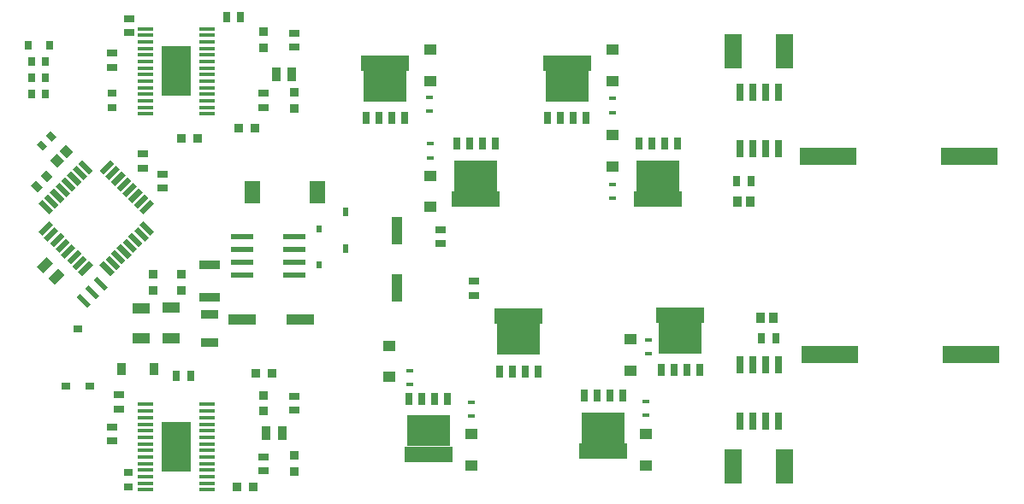
<source format=gbr>
G04 EAGLE Gerber RS-274X export*
G75*
%MOMM*%
%FSLAX34Y34*%
%LPD*%
%INSolderpaste Top*%
%IPPOS*%
%AMOC8*
5,1,8,0,0,1.08239X$1,22.5*%
G01*
G04 Define Apertures*
%ADD10R,0.912000X1.397800*%
%ADD11R,2.690800X1.062000*%
%ADD12R,1.753400X0.912000*%
%ADD13R,1.062000X2.690800*%
%ADD14R,0.780000X0.990000*%
%ADD15R,0.990000X0.780000*%
%ADD16R,0.618800X0.954000*%
%ADD17R,0.578800X0.654000*%
%ADD18R,2.200000X0.600000*%
%ADD19R,1.500000X2.200000*%
%ADD20R,2.006600X0.914400*%
%ADD21R,1.750000X1.100000*%
%ADD22R,0.950000X0.900000*%
%ADD23R,0.900000X0.650000*%
%ADD24R,0.900000X0.950000*%
%ADD25R,1.500000X0.550000*%
%ADD26R,0.550000X1.500000*%
%ADD27R,1.143800X0.989000*%
%ADD28R,0.800000X0.450000*%
%ADD29R,0.650000X0.910000*%
%ADD30R,0.940000X0.750000*%
%ADD31R,0.608000X0.839000*%
%ADD32R,0.650000X1.750000*%
%ADD33R,0.890000X0.980000*%
%ADD34R,0.832800X0.755600*%
%ADD35R,0.980000X0.890000*%
%ADD36R,0.910000X1.220000*%
%ADD37R,0.800000X0.900000*%
%ADD38R,0.508000X1.447800*%
%ADD39R,0.700000X1.150000*%
%ADD40R,4.700000X1.500000*%
%ADD41R,4.200000X3.100000*%
%ADD42R,5.611800X1.798600*%
%ADD43R,1.650000X0.450000*%
%ADD44R,3.000000X5.000000*%
%ADD45R,1.778000X3.378200*%
D10*
X282011Y436000D03*
X297989Y436000D03*
D11*
X248865Y192600D03*
X305935Y192600D03*
D12*
X216000Y198458D03*
X216000Y170542D03*
D10*
G36*
X66366Y243817D02*
X72815Y237368D01*
X62932Y227485D01*
X56483Y233934D01*
X66366Y243817D01*
G37*
G36*
X55068Y255115D02*
X61517Y248666D01*
X51634Y238783D01*
X45185Y245232D01*
X55068Y255115D01*
G37*
D13*
X401300Y281135D03*
X401300Y224065D03*
D14*
X247000Y492728D03*
X233000Y492728D03*
D15*
X136500Y477278D03*
X136500Y491278D03*
X120000Y457000D03*
X120000Y443000D03*
D16*
X350500Y262958D03*
X350500Y300042D03*
D17*
X325000Y283042D03*
X325000Y246958D03*
D18*
X248300Y262050D03*
X300300Y262050D03*
X248300Y274750D03*
X248300Y249350D03*
X248300Y236650D03*
X300300Y274750D03*
X300300Y249350D03*
X300300Y236650D03*
D19*
X322900Y319100D03*
X258900Y319100D03*
D20*
X215900Y215398D03*
X215900Y247402D03*
D21*
X178000Y174500D03*
X178000Y204500D03*
D22*
X188000Y237500D03*
X188000Y221500D03*
D23*
X120000Y417250D03*
X120000Y402750D03*
D24*
X188400Y372500D03*
X204400Y372500D03*
X244900Y383000D03*
X260900Y383000D03*
D22*
X300000Y418000D03*
X300000Y402000D03*
X270000Y478000D03*
X270000Y462000D03*
D25*
G36*
X61142Y286551D02*
X50537Y275946D01*
X46648Y279835D01*
X57253Y290440D01*
X61142Y286551D01*
G37*
G36*
X66799Y280895D02*
X56194Y270290D01*
X52305Y274179D01*
X62910Y284784D01*
X66799Y280895D01*
G37*
G36*
X72456Y275238D02*
X61851Y264633D01*
X57962Y268522D01*
X68567Y279127D01*
X72456Y275238D01*
G37*
G36*
X78113Y269581D02*
X67508Y258976D01*
X63619Y262865D01*
X74224Y273470D01*
X78113Y269581D01*
G37*
G36*
X83770Y263924D02*
X73165Y253319D01*
X69276Y257208D01*
X79881Y267813D01*
X83770Y263924D01*
G37*
G36*
X89427Y258267D02*
X78822Y247662D01*
X74933Y251551D01*
X85538Y262156D01*
X89427Y258267D01*
G37*
G36*
X95084Y252610D02*
X84479Y242005D01*
X80590Y245894D01*
X91195Y256499D01*
X95084Y252610D01*
G37*
G36*
X100740Y246953D02*
X90135Y236348D01*
X86246Y240237D01*
X96851Y250842D01*
X100740Y246953D01*
G37*
D26*
G36*
X121954Y240237D02*
X118065Y236348D01*
X107460Y246953D01*
X111349Y250842D01*
X121954Y240237D01*
G37*
G36*
X127610Y245894D02*
X123721Y242005D01*
X113116Y252610D01*
X117005Y256499D01*
X127610Y245894D01*
G37*
G36*
X133267Y251551D02*
X129378Y247662D01*
X118773Y258267D01*
X122662Y262156D01*
X133267Y251551D01*
G37*
G36*
X138924Y257208D02*
X135035Y253319D01*
X124430Y263924D01*
X128319Y267813D01*
X138924Y257208D01*
G37*
G36*
X144581Y262865D02*
X140692Y258976D01*
X130087Y269581D01*
X133976Y273470D01*
X144581Y262865D01*
G37*
G36*
X150238Y268522D02*
X146349Y264633D01*
X135744Y275238D01*
X139633Y279127D01*
X150238Y268522D01*
G37*
G36*
X155895Y274179D02*
X152006Y270290D01*
X141401Y280895D01*
X145290Y284784D01*
X155895Y274179D01*
G37*
G36*
X161552Y279835D02*
X157663Y275946D01*
X147058Y286551D01*
X150947Y290440D01*
X161552Y279835D01*
G37*
D25*
G36*
X161552Y307765D02*
X150947Y297160D01*
X147058Y301049D01*
X157663Y311654D01*
X161552Y307765D01*
G37*
G36*
X155895Y313421D02*
X145290Y302816D01*
X141401Y306705D01*
X152006Y317310D01*
X155895Y313421D01*
G37*
G36*
X150238Y319078D02*
X139633Y308473D01*
X135744Y312362D01*
X146349Y322967D01*
X150238Y319078D01*
G37*
G36*
X144581Y324735D02*
X133976Y314130D01*
X130087Y318019D01*
X140692Y328624D01*
X144581Y324735D01*
G37*
G36*
X138924Y330392D02*
X128319Y319787D01*
X124430Y323676D01*
X135035Y334281D01*
X138924Y330392D01*
G37*
G36*
X133267Y336049D02*
X122662Y325444D01*
X118773Y329333D01*
X129378Y339938D01*
X133267Y336049D01*
G37*
G36*
X127610Y341706D02*
X117005Y331101D01*
X113116Y334990D01*
X123721Y345595D01*
X127610Y341706D01*
G37*
G36*
X121954Y347363D02*
X111349Y336758D01*
X107460Y340647D01*
X118065Y351252D01*
X121954Y347363D01*
G37*
D26*
G36*
X100740Y340647D02*
X96851Y336758D01*
X86246Y347363D01*
X90135Y351252D01*
X100740Y340647D01*
G37*
G36*
X95084Y334990D02*
X91195Y331101D01*
X80590Y341706D01*
X84479Y345595D01*
X95084Y334990D01*
G37*
G36*
X89427Y329333D02*
X85538Y325444D01*
X74933Y336049D01*
X78822Y339938D01*
X89427Y329333D01*
G37*
G36*
X83770Y323676D02*
X79881Y319787D01*
X69276Y330392D01*
X73165Y334281D01*
X83770Y323676D01*
G37*
G36*
X78113Y318019D02*
X74224Y314130D01*
X63619Y324735D01*
X67508Y328624D01*
X78113Y318019D01*
G37*
G36*
X72456Y312362D02*
X68567Y308473D01*
X57962Y319078D01*
X61851Y322967D01*
X72456Y312362D01*
G37*
G36*
X66799Y306705D02*
X62910Y302816D01*
X52305Y313421D01*
X56194Y317310D01*
X66799Y306705D01*
G37*
G36*
X61142Y301049D02*
X57253Y297160D01*
X46648Y307765D01*
X50537Y311654D01*
X61142Y301049D01*
G37*
D15*
X270000Y417000D03*
X270000Y403000D03*
X300000Y477000D03*
X300000Y463000D03*
D27*
X435000Y429387D03*
X435000Y460613D03*
X615000Y429387D03*
X615000Y460613D03*
X615000Y344387D03*
X615000Y375613D03*
X435000Y335613D03*
X435000Y304387D03*
D28*
X433900Y413400D03*
X433900Y399400D03*
X435000Y353000D03*
X435000Y367000D03*
X615000Y412000D03*
X615000Y398000D03*
X615000Y327000D03*
X615000Y313000D03*
D15*
X445000Y268000D03*
X445000Y282000D03*
D14*
X183700Y137500D03*
X197700Y137500D03*
D15*
X126500Y104500D03*
X126500Y118500D03*
X119500Y72500D03*
X119500Y86500D03*
D23*
X136000Y26750D03*
X136000Y41250D03*
D24*
X262000Y140000D03*
X278000Y140000D03*
X243400Y27000D03*
X259400Y27000D03*
D22*
X300000Y58000D03*
X300000Y42000D03*
X270000Y118000D03*
X270000Y102000D03*
D10*
X272011Y80000D03*
X287989Y80000D03*
D15*
X270000Y57000D03*
X270000Y43000D03*
X300000Y117000D03*
X300000Y103000D03*
D27*
X475000Y79613D03*
X475000Y48387D03*
X648500Y79613D03*
X648500Y48387D03*
X632500Y173613D03*
X632500Y142387D03*
X394000Y135887D03*
X394000Y167113D03*
D28*
X475500Y97000D03*
X475500Y111000D03*
X414000Y142500D03*
X414000Y128500D03*
X648500Y98000D03*
X648500Y112000D03*
X650500Y173000D03*
X650500Y159000D03*
D15*
X478000Y231000D03*
X478000Y217000D03*
D29*
X40000Y449000D03*
X54000Y449000D03*
X40000Y432500D03*
X54000Y432500D03*
X40000Y416500D03*
X54000Y416500D03*
D22*
X160500Y237500D03*
X160500Y221500D03*
D21*
X148500Y174000D03*
X148500Y204000D03*
D15*
X170000Y337000D03*
X170000Y323000D03*
X150000Y357000D03*
X150000Y343000D03*
D30*
G36*
X44379Y331025D02*
X51025Y324379D01*
X45721Y319075D01*
X39075Y325721D01*
X44379Y331025D01*
G37*
G36*
X54279Y340925D02*
X60925Y334279D01*
X55621Y328975D01*
X48975Y335621D01*
X54279Y340925D01*
G37*
D31*
G36*
X55541Y364610D02*
X51242Y360311D01*
X45311Y366242D01*
X49610Y370541D01*
X55541Y364610D01*
G37*
G36*
X64689Y373758D02*
X60390Y369459D01*
X54459Y375390D01*
X58758Y379689D01*
X64689Y373758D01*
G37*
D32*
X779050Y418000D03*
X766350Y418000D03*
X753650Y418000D03*
X740950Y418000D03*
X740950Y362000D03*
X753650Y362000D03*
X766350Y362000D03*
X779050Y362000D03*
X740950Y92000D03*
X753650Y92000D03*
X766350Y92000D03*
X779050Y92000D03*
X779050Y148000D03*
X766350Y148000D03*
X753650Y148000D03*
X740950Y148000D03*
D33*
X751500Y310000D03*
X738500Y310000D03*
D14*
X752000Y330000D03*
X738000Y330000D03*
D33*
X761200Y195000D03*
X774200Y195000D03*
D14*
X762600Y174600D03*
X776600Y174600D03*
D34*
X74050Y126578D03*
X97550Y126578D03*
X85800Y184022D03*
D35*
G36*
X65086Y357015D02*
X72015Y350086D01*
X65722Y343793D01*
X58793Y350722D01*
X65086Y357015D01*
G37*
G36*
X74278Y366207D02*
X81207Y359278D01*
X74914Y352985D01*
X67985Y359914D01*
X74278Y366207D01*
G37*
D36*
X161550Y143524D03*
X129050Y143524D03*
D37*
X37000Y465000D03*
X58000Y465000D03*
D38*
G36*
X98429Y208193D02*
X94837Y204601D01*
X84601Y214837D01*
X88193Y218429D01*
X98429Y208193D01*
G37*
G36*
X93086Y223322D02*
X96678Y226914D01*
X106914Y216678D01*
X103322Y213086D01*
X93086Y223322D01*
G37*
G36*
X101571Y231807D02*
X105163Y235399D01*
X115399Y225163D01*
X111807Y221571D01*
X101571Y231807D01*
G37*
D39*
X679050Y367370D03*
X666350Y367370D03*
X653650Y367370D03*
X640950Y367370D03*
D40*
X660000Y312630D03*
D41*
X660000Y335620D03*
D39*
X499050Y367370D03*
X486350Y367370D03*
X473650Y367370D03*
X460950Y367370D03*
D40*
X480000Y312630D03*
D41*
X480000Y335620D03*
D39*
X370950Y392630D03*
X383650Y392630D03*
X396350Y392630D03*
X409050Y392630D03*
D40*
X390000Y447370D03*
D41*
X390000Y424380D03*
D39*
X550950Y392630D03*
X563650Y392630D03*
X576350Y392630D03*
X589050Y392630D03*
D40*
X570000Y447370D03*
D41*
X570000Y424380D03*
D39*
X452050Y114370D03*
X439350Y114370D03*
X426650Y114370D03*
X413950Y114370D03*
D40*
X433000Y59630D03*
D41*
X433000Y82620D03*
D39*
X502950Y141630D03*
X515650Y141630D03*
X528350Y141630D03*
X541050Y141630D03*
D40*
X522000Y196370D03*
D41*
X522000Y173380D03*
D39*
X625050Y117370D03*
X612350Y117370D03*
X599650Y117370D03*
X586950Y117370D03*
D40*
X606000Y62630D03*
D41*
X606000Y85620D03*
D39*
X662950Y142630D03*
X675650Y142630D03*
X688350Y142630D03*
X701050Y142630D03*
D40*
X682000Y197370D03*
D41*
X682000Y174380D03*
D42*
X828563Y354500D03*
X968437Y354500D03*
X830063Y158000D03*
X969937Y158000D03*
D43*
X213500Y24250D03*
X213500Y30750D03*
X213500Y37250D03*
X213500Y43750D03*
X213500Y50250D03*
X213500Y56750D03*
X213500Y63250D03*
X213500Y69750D03*
X213500Y76250D03*
X213500Y82750D03*
X213500Y89250D03*
X213500Y95750D03*
X213500Y102250D03*
X213500Y108750D03*
X152500Y108750D03*
X152500Y102250D03*
X152500Y95750D03*
X152500Y89250D03*
X152500Y82750D03*
X152500Y76250D03*
X152500Y69750D03*
X152500Y63250D03*
X152500Y56750D03*
X152500Y50250D03*
X152500Y43750D03*
X152500Y37250D03*
X152500Y30750D03*
X152500Y24250D03*
D44*
X183000Y66500D03*
D43*
X214000Y396750D03*
X214000Y403250D03*
X214000Y409750D03*
X214000Y416250D03*
X214000Y422750D03*
X214000Y429250D03*
X214000Y435750D03*
X214000Y442250D03*
X214000Y448750D03*
X214000Y455250D03*
X214000Y461750D03*
X214000Y468250D03*
X214000Y474750D03*
X214000Y481250D03*
X153000Y481250D03*
X153000Y474750D03*
X153000Y468250D03*
X153000Y461750D03*
X153000Y455250D03*
X153000Y448750D03*
X153000Y442250D03*
X153000Y435750D03*
X153000Y429250D03*
X153000Y422750D03*
X153000Y416250D03*
X153000Y409750D03*
X153000Y403250D03*
X153000Y396750D03*
D44*
X183500Y439000D03*
D45*
X734854Y459000D03*
X785146Y459000D03*
X734854Y47000D03*
X785146Y47000D03*
M02*

</source>
